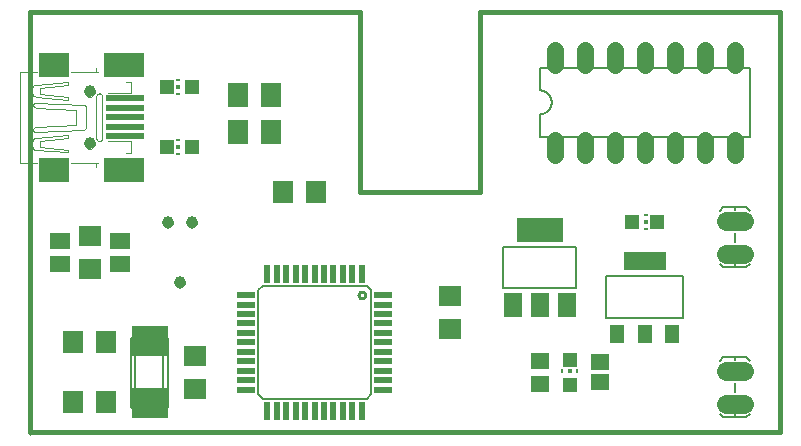
<source format=gto>
G75*
%MOIN*%
%OFA0B0*%
%FSLAX24Y24*%
%IPPOS*%
%LPD*%
%AMOC8*
5,1,8,0,0,1.08239X$1,22.5*
%
%ADD10C,0.0000*%
%ADD11C,0.0160*%
%ADD12R,0.0512X0.0512*%
%ADD13R,0.0059X0.0118*%
%ADD14R,0.0118X0.0118*%
%ADD15R,0.0631X0.0552*%
%ADD16R,0.0749X0.0670*%
%ADD17C,0.0390*%
%ADD18R,0.0118X0.0059*%
%ADD19C,0.0080*%
%ADD20R,0.0512X0.0591*%
%ADD21R,0.1418X0.0591*%
%ADD22C,0.0100*%
%ADD23R,0.0237X0.0631*%
%ADD24R,0.0631X0.0237*%
%ADD25R,0.0670X0.0749*%
%ADD26R,0.0750X0.0670*%
%ADD27R,0.0670X0.0552*%
%ADD28C,0.0050*%
%ADD29R,0.1221X0.1024*%
%ADD30C,0.0040*%
%ADD31R,0.1024X0.0827*%
%ADD32R,0.1339X0.0827*%
%ADD33R,0.1260X0.0237*%
%ADD34C,0.0394*%
%ADD35R,0.0670X0.0827*%
%ADD36C,0.0060*%
%ADD37R,0.0630X0.0830*%
%ADD38R,0.1540X0.0830*%
%ADD39C,0.0640*%
%ADD40C,0.0560*%
D10*
X003100Y003862D02*
X003100Y003962D01*
X003100Y017962D01*
X004923Y015329D02*
X004925Y015355D01*
X004931Y015381D01*
X004941Y015406D01*
X004954Y015429D01*
X004970Y015449D01*
X004990Y015467D01*
X005012Y015482D01*
X005035Y015494D01*
X005061Y015502D01*
X005087Y015506D01*
X005113Y015506D01*
X005139Y015502D01*
X005165Y015494D01*
X005189Y015482D01*
X005210Y015467D01*
X005230Y015449D01*
X005246Y015429D01*
X005259Y015406D01*
X005269Y015381D01*
X005275Y015355D01*
X005277Y015329D01*
X005275Y015303D01*
X005269Y015277D01*
X005259Y015252D01*
X005246Y015229D01*
X005230Y015209D01*
X005210Y015191D01*
X005188Y015176D01*
X005165Y015164D01*
X005139Y015156D01*
X005113Y015152D01*
X005087Y015152D01*
X005061Y015156D01*
X005035Y015164D01*
X005011Y015176D01*
X004990Y015191D01*
X004970Y015209D01*
X004954Y015229D01*
X004941Y015252D01*
X004931Y015277D01*
X004925Y015303D01*
X004923Y015329D01*
X004923Y013596D02*
X004925Y013622D01*
X004931Y013648D01*
X004941Y013673D01*
X004954Y013696D01*
X004970Y013716D01*
X004990Y013734D01*
X005012Y013749D01*
X005035Y013761D01*
X005061Y013769D01*
X005087Y013773D01*
X005113Y013773D01*
X005139Y013769D01*
X005165Y013761D01*
X005189Y013749D01*
X005210Y013734D01*
X005230Y013716D01*
X005246Y013696D01*
X005259Y013673D01*
X005269Y013648D01*
X005275Y013622D01*
X005277Y013596D01*
X005275Y013570D01*
X005269Y013544D01*
X005259Y013519D01*
X005246Y013496D01*
X005230Y013476D01*
X005210Y013458D01*
X005188Y013443D01*
X005165Y013431D01*
X005139Y013423D01*
X005113Y013419D01*
X005087Y013419D01*
X005061Y013423D01*
X005035Y013431D01*
X005011Y013443D01*
X004990Y013458D01*
X004970Y013476D01*
X004954Y013496D01*
X004941Y013519D01*
X004931Y013544D01*
X004925Y013570D01*
X004923Y013596D01*
X007525Y010962D02*
X007527Y010988D01*
X007533Y011014D01*
X007542Y011038D01*
X007555Y011061D01*
X007572Y011081D01*
X007591Y011099D01*
X007613Y011114D01*
X007636Y011125D01*
X007661Y011133D01*
X007687Y011137D01*
X007713Y011137D01*
X007739Y011133D01*
X007764Y011125D01*
X007788Y011114D01*
X007809Y011099D01*
X007828Y011081D01*
X007845Y011061D01*
X007858Y011038D01*
X007867Y011014D01*
X007873Y010988D01*
X007875Y010962D01*
X007873Y010936D01*
X007867Y010910D01*
X007858Y010886D01*
X007845Y010863D01*
X007828Y010843D01*
X007809Y010825D01*
X007787Y010810D01*
X007764Y010799D01*
X007739Y010791D01*
X007713Y010787D01*
X007687Y010787D01*
X007661Y010791D01*
X007636Y010799D01*
X007612Y010810D01*
X007591Y010825D01*
X007572Y010843D01*
X007555Y010863D01*
X007542Y010886D01*
X007533Y010910D01*
X007527Y010936D01*
X007525Y010962D01*
X008325Y010962D02*
X008327Y010988D01*
X008333Y011014D01*
X008342Y011038D01*
X008355Y011061D01*
X008372Y011081D01*
X008391Y011099D01*
X008413Y011114D01*
X008436Y011125D01*
X008461Y011133D01*
X008487Y011137D01*
X008513Y011137D01*
X008539Y011133D01*
X008564Y011125D01*
X008588Y011114D01*
X008609Y011099D01*
X008628Y011081D01*
X008645Y011061D01*
X008658Y011038D01*
X008667Y011014D01*
X008673Y010988D01*
X008675Y010962D01*
X008673Y010936D01*
X008667Y010910D01*
X008658Y010886D01*
X008645Y010863D01*
X008628Y010843D01*
X008609Y010825D01*
X008587Y010810D01*
X008564Y010799D01*
X008539Y010791D01*
X008513Y010787D01*
X008487Y010787D01*
X008461Y010791D01*
X008436Y010799D01*
X008412Y010810D01*
X008391Y010825D01*
X008372Y010843D01*
X008355Y010863D01*
X008342Y010886D01*
X008333Y010910D01*
X008327Y010936D01*
X008325Y010962D01*
X007925Y008962D02*
X007927Y008988D01*
X007933Y009014D01*
X007942Y009038D01*
X007955Y009061D01*
X007972Y009081D01*
X007991Y009099D01*
X008013Y009114D01*
X008036Y009125D01*
X008061Y009133D01*
X008087Y009137D01*
X008113Y009137D01*
X008139Y009133D01*
X008164Y009125D01*
X008188Y009114D01*
X008209Y009099D01*
X008228Y009081D01*
X008245Y009061D01*
X008258Y009038D01*
X008267Y009014D01*
X008273Y008988D01*
X008275Y008962D01*
X008273Y008936D01*
X008267Y008910D01*
X008258Y008886D01*
X008245Y008863D01*
X008228Y008843D01*
X008209Y008825D01*
X008187Y008810D01*
X008164Y008799D01*
X008139Y008791D01*
X008113Y008787D01*
X008087Y008787D01*
X008061Y008791D01*
X008036Y008799D01*
X008012Y008810D01*
X007991Y008825D01*
X007972Y008843D01*
X007955Y008863D01*
X007942Y008886D01*
X007933Y008910D01*
X007927Y008936D01*
X007925Y008962D01*
D11*
X014100Y011962D02*
X018100Y011962D01*
X018100Y017962D01*
X028100Y017962D01*
X028100Y003962D01*
X003100Y003962D01*
X003100Y017962D01*
X014100Y017962D01*
X014100Y011962D01*
D12*
X008513Y013462D03*
X007687Y013462D03*
X007687Y015462D03*
X008513Y015462D03*
X021100Y006376D03*
X021100Y005549D03*
X023187Y010962D03*
X024013Y010962D03*
D13*
X021336Y006022D03*
X020864Y006022D03*
D14*
X021100Y006022D03*
X023659Y010962D03*
X008041Y013462D03*
X008041Y015462D03*
D15*
X020100Y006337D03*
X020100Y005588D03*
X022100Y005628D03*
X022100Y006297D03*
D16*
X017100Y007411D03*
X017100Y008514D03*
X005100Y009411D03*
X005100Y010514D03*
D17*
X007700Y010962D03*
X008500Y010962D03*
X008100Y008962D03*
D18*
X008041Y013226D03*
X008041Y013699D03*
X008041Y015226D03*
X008041Y015699D03*
X023659Y011199D03*
X023659Y010726D03*
D19*
X024890Y009162D02*
X022310Y009162D01*
X022310Y007762D01*
X024890Y007762D01*
X024890Y009162D01*
X026100Y009572D02*
X026210Y009462D01*
X026600Y009462D01*
X026990Y009462D01*
X027100Y009572D01*
X026600Y009562D02*
X026600Y009462D01*
X026600Y010312D02*
X026600Y010612D01*
X026600Y011362D02*
X026600Y011462D01*
X026210Y011462D01*
X026100Y011352D01*
X026600Y011462D02*
X026990Y011462D01*
X027100Y011352D01*
X026990Y006462D02*
X027100Y006352D01*
X026990Y006462D02*
X026600Y006462D01*
X026210Y006462D01*
X026100Y006352D01*
X026600Y006362D02*
X026600Y006462D01*
X026600Y005612D02*
X026600Y005312D01*
X026600Y004562D02*
X026600Y004462D01*
X026990Y004462D01*
X027100Y004572D01*
X026600Y004462D02*
X026210Y004462D01*
X026100Y004572D01*
X014490Y005230D02*
X014332Y005073D01*
X010868Y005073D01*
X010710Y005230D01*
X010710Y008695D01*
X010868Y008852D01*
X014332Y008852D01*
X014490Y008695D01*
X014490Y005230D01*
D20*
X022690Y007242D03*
X023600Y007242D03*
X024510Y007242D03*
D21*
X023600Y009683D03*
D22*
X014064Y008537D02*
X014066Y008557D01*
X014071Y008577D01*
X014081Y008595D01*
X014093Y008612D01*
X014108Y008626D01*
X014126Y008636D01*
X014145Y008644D01*
X014165Y008648D01*
X014185Y008648D01*
X014205Y008644D01*
X014224Y008636D01*
X014242Y008626D01*
X014257Y008612D01*
X014269Y008595D01*
X014279Y008577D01*
X014284Y008557D01*
X014286Y008537D01*
X014284Y008517D01*
X014279Y008497D01*
X014269Y008479D01*
X014257Y008462D01*
X014242Y008448D01*
X014224Y008438D01*
X014205Y008430D01*
X014185Y008426D01*
X014165Y008426D01*
X014145Y008430D01*
X014126Y008438D01*
X014108Y008448D01*
X014093Y008462D01*
X014081Y008479D01*
X014071Y008497D01*
X014066Y008517D01*
X014064Y008537D01*
D23*
X014175Y009246D03*
X013860Y009246D03*
X013545Y009246D03*
X013230Y009246D03*
X012915Y009246D03*
X012600Y009246D03*
X012285Y009246D03*
X011970Y009246D03*
X011655Y009246D03*
X011340Y009246D03*
X011025Y009246D03*
X011025Y004679D03*
X011340Y004679D03*
X011655Y004679D03*
X011970Y004679D03*
X012285Y004679D03*
X012600Y004679D03*
X012915Y004679D03*
X013230Y004679D03*
X013545Y004679D03*
X013860Y004679D03*
X014175Y004679D03*
D24*
X014883Y005388D03*
X014883Y005703D03*
X014883Y006018D03*
X014883Y006333D03*
X014883Y006648D03*
X014883Y006962D03*
X014883Y007277D03*
X014883Y007592D03*
X014883Y007907D03*
X014883Y008222D03*
X014883Y008537D03*
X010317Y008537D03*
X010317Y008222D03*
X010317Y007907D03*
X010317Y007592D03*
X010317Y007277D03*
X010317Y006962D03*
X010317Y006648D03*
X010317Y006333D03*
X010317Y006018D03*
X010317Y005703D03*
X010317Y005388D03*
D25*
X005651Y004962D03*
X004549Y004962D03*
X004549Y006962D03*
X005651Y006962D03*
X011549Y011962D03*
X012651Y011962D03*
D26*
X008600Y006522D03*
X008600Y005403D03*
D27*
X006100Y009588D03*
X006100Y010337D03*
X004100Y010337D03*
X004100Y009588D03*
D28*
X006608Y007162D02*
X007605Y007162D01*
X007624Y007160D01*
X007643Y007155D01*
X007661Y007147D01*
X007676Y007136D01*
X007690Y007122D01*
X007701Y007107D01*
X007709Y007089D01*
X007714Y007070D01*
X007716Y007051D01*
X007716Y004874D01*
X007714Y004855D01*
X007709Y004836D01*
X007701Y004819D01*
X007690Y004803D01*
X007676Y004789D01*
X007661Y004778D01*
X007643Y004770D01*
X007624Y004765D01*
X007605Y004763D01*
X006572Y004763D01*
X006555Y004765D01*
X006538Y004770D01*
X006523Y004778D01*
X006510Y004789D01*
X006499Y004802D01*
X006491Y004817D01*
X006486Y004834D01*
X006484Y004851D01*
X006484Y007038D01*
X006486Y007057D01*
X006490Y007076D01*
X006498Y007094D01*
X006508Y007111D01*
X006520Y007126D01*
X006535Y007138D01*
X006552Y007148D01*
X006570Y007156D01*
X006589Y007160D01*
X006608Y007162D01*
X006799Y006965D02*
X007401Y006965D01*
X007423Y006963D01*
X007445Y006959D01*
X007466Y006951D01*
X007486Y006940D01*
X007504Y006927D01*
X007520Y006911D01*
X007533Y006893D01*
X007544Y006873D01*
X007552Y006852D01*
X007556Y006830D01*
X007558Y006808D01*
X007559Y006808D02*
X007559Y005117D01*
X007558Y005117D02*
X007556Y005095D01*
X007552Y005073D01*
X007544Y005052D01*
X007533Y005032D01*
X007520Y005014D01*
X007504Y004998D01*
X007486Y004985D01*
X007466Y004974D01*
X007445Y004966D01*
X007423Y004962D01*
X007401Y004960D01*
X006799Y004960D01*
X006799Y004959D02*
X006773Y004961D01*
X006748Y004966D01*
X006724Y004974D01*
X006701Y004985D01*
X006679Y005000D01*
X006660Y005017D01*
X006643Y005036D01*
X006628Y005058D01*
X006617Y005081D01*
X006609Y005105D01*
X006604Y005130D01*
X006602Y005156D01*
X006602Y006808D01*
X006607Y006833D01*
X006615Y006857D01*
X006626Y006879D01*
X006641Y006900D01*
X006658Y006919D01*
X006678Y006935D01*
X006700Y006947D01*
X006723Y006957D01*
X006748Y006963D01*
X006773Y006966D01*
X006799Y006965D01*
D29*
X007100Y007012D03*
X007100Y004953D03*
D30*
X005304Y012807D02*
X005304Y012868D01*
X005306Y012884D01*
X005310Y012899D01*
X005318Y012914D01*
X005328Y012926D01*
X005340Y012936D01*
X005355Y012944D01*
X005370Y012948D01*
X005386Y012950D01*
X004477Y012950D01*
X004385Y013298D02*
X004385Y013379D01*
X003444Y013482D01*
X003444Y013686D01*
X004385Y013788D01*
X004385Y013870D01*
X003301Y013768D01*
X003282Y013764D01*
X003263Y013758D01*
X003246Y013748D01*
X003230Y013736D01*
X003217Y013721D01*
X003206Y013704D01*
X003199Y013686D01*
X003199Y013461D02*
X003206Y013443D01*
X003217Y013426D01*
X003230Y013411D01*
X003246Y013399D01*
X003263Y013389D01*
X003282Y013383D01*
X003301Y013379D01*
X004385Y013298D01*
X003200Y013461D02*
X003191Y013498D01*
X003185Y013535D01*
X003183Y013573D01*
X003185Y013611D01*
X003191Y013648D01*
X003200Y013685D01*
X003301Y013972D02*
X004896Y014054D01*
X004896Y014053D02*
X004914Y014056D01*
X004931Y014063D01*
X004946Y014072D01*
X004959Y014085D01*
X004968Y014100D01*
X004975Y014117D01*
X004978Y014135D01*
X004977Y014136D02*
X004977Y014790D01*
X004978Y014790D02*
X004975Y014808D01*
X004968Y014825D01*
X004959Y014840D01*
X004946Y014853D01*
X004931Y014862D01*
X004914Y014869D01*
X004896Y014872D01*
X004896Y014871D02*
X003301Y014953D01*
X003285Y014951D01*
X003270Y014947D01*
X003255Y014939D01*
X003243Y014929D01*
X003233Y014917D01*
X003225Y014902D01*
X003221Y014887D01*
X003219Y014871D01*
X003220Y014871D02*
X003220Y014871D01*
X003219Y014871D02*
X003221Y014855D01*
X003225Y014840D01*
X003233Y014825D01*
X003243Y014813D01*
X003255Y014803D01*
X003270Y014795D01*
X003285Y014791D01*
X003301Y014789D01*
X003301Y014790D02*
X004650Y014708D01*
X004650Y014217D01*
X003301Y014136D01*
X003285Y014134D01*
X003270Y014130D01*
X003255Y014122D01*
X003243Y014112D01*
X003233Y014100D01*
X003225Y014085D01*
X003221Y014070D01*
X003219Y014054D01*
X003221Y014038D01*
X003225Y014023D01*
X003233Y014008D01*
X003243Y013996D01*
X003255Y013986D01*
X003270Y013978D01*
X003285Y013974D01*
X003301Y013972D01*
X003362Y012950D02*
X002770Y012950D01*
X002770Y012950D01*
X002770Y015975D01*
X003362Y015975D01*
X003301Y015546D02*
X004385Y015627D01*
X004385Y015546D01*
X003444Y015444D01*
X003444Y015239D01*
X004385Y015137D01*
X004385Y015055D01*
X003301Y015157D01*
X003282Y015161D01*
X003263Y015167D01*
X003246Y015177D01*
X003230Y015189D01*
X003217Y015204D01*
X003206Y015221D01*
X003199Y015239D01*
X003199Y015464D02*
X003206Y015482D01*
X003217Y015499D01*
X003230Y015514D01*
X003246Y015526D01*
X003263Y015536D01*
X003282Y015542D01*
X003301Y015546D01*
X003200Y015464D02*
X003191Y015427D01*
X003185Y015390D01*
X003183Y015352D01*
X003185Y015314D01*
X003191Y015277D01*
X003200Y015240D01*
X004477Y015975D02*
X005386Y015975D01*
X005370Y015977D01*
X005355Y015981D01*
X005340Y015989D01*
X005328Y015999D01*
X005318Y016011D01*
X005310Y016026D01*
X005306Y016041D01*
X005304Y016057D01*
X005304Y016118D01*
X006306Y015648D02*
X006449Y015648D01*
X006469Y015648D02*
X006469Y015260D01*
X006449Y015260D02*
X005713Y015260D01*
X005509Y015178D02*
X005509Y013747D01*
X005507Y013731D01*
X005503Y013716D01*
X005495Y013701D01*
X005485Y013689D01*
X005473Y013679D01*
X005458Y013671D01*
X005443Y013667D01*
X005427Y013665D01*
X005427Y013666D02*
X005407Y013668D01*
X005388Y013674D01*
X005370Y013683D01*
X005355Y013696D01*
X005342Y013711D01*
X005333Y013729D01*
X005327Y013748D01*
X005325Y013768D01*
X005325Y015157D01*
X005327Y015177D01*
X005333Y015196D01*
X005342Y015214D01*
X005355Y015229D01*
X005370Y015242D01*
X005388Y015251D01*
X005407Y015257D01*
X005427Y015259D01*
X005427Y015260D02*
X005427Y015260D01*
X005443Y015258D01*
X005458Y015254D01*
X005473Y015246D01*
X005485Y015236D01*
X005495Y015224D01*
X005503Y015209D01*
X005507Y015194D01*
X005509Y015178D01*
X005713Y013665D02*
X006449Y013665D01*
X006469Y013665D02*
X006469Y013277D01*
X006449Y013277D02*
X006306Y013277D01*
D31*
X003919Y012711D03*
X003919Y016214D03*
D32*
X006242Y016214D03*
X006242Y012711D03*
D33*
X006281Y013833D03*
X006281Y014148D03*
X006281Y014462D03*
X006281Y014777D03*
X006281Y015092D03*
D34*
X005100Y015329D03*
X005100Y013596D03*
D35*
X010049Y013962D03*
X011151Y013962D03*
X011151Y015212D03*
X010049Y015212D03*
D36*
X018870Y010144D02*
X018870Y008782D01*
X021330Y008782D01*
X021330Y010144D01*
X018870Y010144D01*
X020100Y013812D02*
X020100Y014562D01*
X020139Y014564D01*
X020178Y014570D01*
X020216Y014579D01*
X020253Y014592D01*
X020289Y014609D01*
X020322Y014629D01*
X020354Y014653D01*
X020383Y014679D01*
X020409Y014708D01*
X020433Y014740D01*
X020453Y014773D01*
X020470Y014809D01*
X020483Y014846D01*
X020492Y014884D01*
X020498Y014923D01*
X020500Y014962D01*
X020498Y015001D01*
X020492Y015040D01*
X020483Y015078D01*
X020470Y015115D01*
X020453Y015151D01*
X020433Y015184D01*
X020409Y015216D01*
X020383Y015245D01*
X020354Y015271D01*
X020322Y015295D01*
X020289Y015315D01*
X020253Y015332D01*
X020216Y015345D01*
X020178Y015354D01*
X020139Y015360D01*
X020100Y015362D01*
X020100Y016112D01*
X027100Y016112D01*
X027100Y013812D01*
X020100Y013812D01*
D37*
X020110Y008222D03*
X019210Y008222D03*
X021010Y008222D03*
D38*
X020100Y010702D03*
D39*
X026300Y011012D02*
X026900Y011012D01*
X026900Y009912D02*
X026300Y009912D01*
X026300Y006012D02*
X026900Y006012D01*
X026900Y004912D02*
X026300Y004912D01*
D40*
X026600Y013202D02*
X026600Y013722D01*
X025600Y013722D02*
X025600Y013202D01*
X024600Y013202D02*
X024600Y013722D01*
X023600Y013722D02*
X023600Y013202D01*
X022600Y013202D02*
X022600Y013722D01*
X021600Y013722D02*
X021600Y013202D01*
X020600Y013202D02*
X020600Y013722D01*
X020600Y016202D02*
X020600Y016722D01*
X021600Y016722D02*
X021600Y016202D01*
X022600Y016202D02*
X022600Y016722D01*
X023600Y016722D02*
X023600Y016202D01*
X024600Y016202D02*
X024600Y016722D01*
X025600Y016722D02*
X025600Y016202D01*
X026600Y016202D02*
X026600Y016722D01*
M02*

</source>
